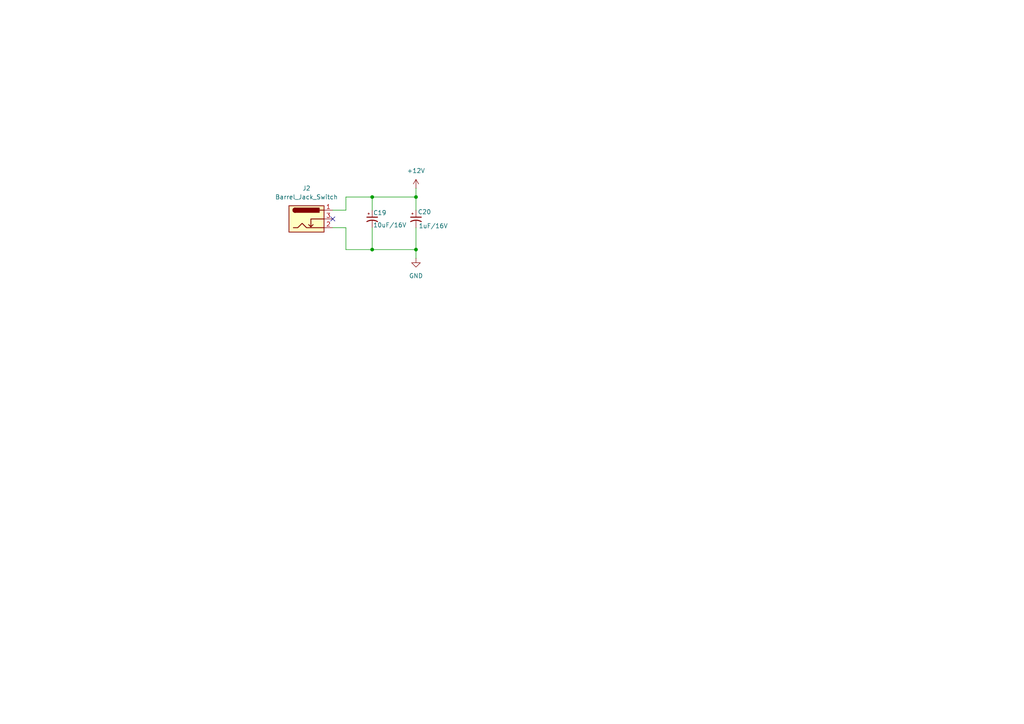
<source format=kicad_sch>
(kicad_sch (version 20231120) (generator "eeschema") (generator_version "8.0")
  (paper "A4")
  (lib_symbols
    (symbol "Connector:Barrel_Jack_Switch" (pin_names hide)
      (property "Reference" "J" (at 0 5.334 0))
      (property "Value" "Barrel_Jack_Switch" (at 0 -5.08 0))
      (symbol "Barrel_Jack_Switch_0_1"
        (rectangle (start -5.08 3.81) (end 5.08 -3.81) (stroke (width 0.254)) (fill (type background)))
        (arc (start -3.302 3.175) (mid -3.9343 2.54) (end -3.302 1.905) (stroke (width 0.254)))
        (arc (start -3.302 3.175) (mid -3.9343 2.54) (end -3.302 1.905) (stroke (width 0.254)) (fill (type outline)))
        (polyline (pts (xy 1.27 -2.286) (xy 1.905 -1.651)) (stroke (width 0.254)))
        (polyline (pts (xy 5.08 2.54) (xy 3.81 2.54)) (stroke (width 0.254)))
        (polyline (pts (xy 5.08 0) (xy 1.27 0) (xy 1.27 -2.286) (xy 0.635 -1.651)) (stroke (width 0.254)))
        (polyline (pts (xy -3.81 -2.54) (xy -2.54 -2.54) (xy -1.27 -1.27) (xy 0 -2.54) (xy 2.54 -2.54) (xy 5.08 -2.54)) (stroke (width 0.254)))
        (rectangle (start 3.683 3.175) (end -3.302 1.905) (stroke (width 0.254)) (fill (type outline)))
      )
      (symbol "Barrel_Jack_Switch_1_1"
        (pin passive line (at 7.62 2.54 180) (length 2.54) (name "~") (number "1"))
        (pin passive line (at 7.62 -2.54 180) (length 2.54) (name "~") (number "2"))
        (pin passive line (at 7.62 0 180) (length 2.54) (name "~") (number "3"))
      )
    )
    (symbol "charge_battery_sym_lib:Cap_Tantalum_10uF_16V" (pin_numbers hide) (pin_names (offset 1.016) hide)
      (property "Reference" "C" (at 0 3.81 0))
      (property "Value" "10uF/16V" (at 0 -5.08 0))
      (symbol "Cap_Tantalum_10uF_16V_0_1"
        (polyline (pts (xy 1.016 -1.27) (xy 1.016 -0.762)))
        (polyline (pts (xy 1.27 -1.016) (xy 0.762 -1.016)))
        (polyline (pts (xy 2.032 -1.524) (xy 2.032 1.524)) (stroke (width 0.3048)))
        (arc (start 3.302 1.524) (mid 2.9134 0) (end 3.302 -1.524) (stroke (width 0.3048)))
      )
      (symbol "Cap_Tantalum_10uF_16V_1_1"
        (pin passive line (at 0 0 0) (length 2.032) (name "~") (number "1"))
        (pin passive line (at 5.08 0 180) (length 2.032) (name "~") (number "2"))
      )
    )
    (symbol "charge_battery_sym_lib:Cap_Tantalum_1uF_16V" (pin_numbers hide) (pin_names (offset 1.016) hide)
      (property "Reference" "C" (at 0 3.81 0))
      (property "Value" "1uF/16V" (at 0 -5.08 0))
      (symbol "Cap_Tantalum_1uF_16V_0_1"
        (polyline (pts (xy 1.016 -1.27) (xy 1.016 -0.762)))
        (polyline (pts (xy 1.27 -1.016) (xy 0.762 -1.016)))
        (polyline (pts (xy 2.032 -1.524) (xy 2.032 1.524)) (stroke (width 0.3048)))
        (arc (start 3.302 1.524) (mid 2.9134 0) (end 3.302 -1.524) (stroke (width 0.3048)))
      )
      (symbol "Cap_Tantalum_1uF_16V_1_1"
        (pin passive line (at 0 0 0) (length 2.032) (name "~") (number "1"))
        (pin passive line (at 5.08 0 180) (length 2.032) (name "~") (number "2"))
      )
    )
    (symbol "power:+12V" (power) (pin_numbers hide) (pin_names (offset 0) hide)
      (property "Value" "+12V" (at 0 3.556 0))
      (symbol "+12V_0_1"
        (polyline (pts (xy -0.762 1.27) (xy 0 2.54)))
        (polyline (pts (xy 0 0) (xy 0 2.54)))
        (polyline (pts (xy 0 2.54) (xy 0.762 1.27)))
      )
      (symbol "+12V_1_1"
        (pin power_in line (at 0 0 90) (length 0) (name "~") (number "1"))
      )
    )
    (symbol "power:GND" (power) (pin_numbers hide) (pin_names (offset 0) hide)
      (property "Value" "GND" (at 0 -3.81 0))
      (symbol "GND_0_1"
        (polyline (pts (xy 0 0) (xy 0 -1.27) (xy 1.27 -1.27) (xy 0 -2.54) (xy -1.27 -1.27) (xy 0 -1.27)))
      )
      (symbol "GND_1_1"
        (pin power_in line (at 0 0 270) (length 0) (name "~") (number "1"))
      )
    )
  )
  (junction (at 107.95 72.39))
  (junction (at 120.65 72.39))
  (junction (at 107.95 57.15))
  (junction (at 120.65 57.15))
  (no_connect (at 96.52 63.5))
  (wire (pts (xy 120.65 66.04) (xy 120.65 72.39)))
  (wire (pts (xy 100.33 57.15) (xy 100.33 60.96)))
  (wire (pts (xy 120.65 57.15) (xy 120.65 60.96)))
  (wire (pts (xy 120.65 72.39) (xy 120.65 74.93)))
  (wire (pts (xy 100.33 72.39) (xy 107.95 72.39)))
  (wire (pts (xy 100.33 66.04) (xy 96.52 66.04)))
  (wire (pts (xy 107.95 57.15) (xy 107.95 60.96)))
  (wire (pts (xy 107.95 72.39) (xy 120.65 72.39)))
  (wire (pts (xy 100.33 60.96) (xy 96.52 60.96)))
  (wire (pts (xy 100.33 72.39) (xy 100.33 66.04)))
  (wire (pts (xy 107.95 66.04) (xy 107.95 72.39)))
  (wire (pts (xy 107.95 57.15) (xy 100.33 57.15)))
  (wire (pts (xy 120.65 54.61) (xy 120.65 57.15)))
  (wire (pts (xy 107.95 57.15) (xy 120.65 57.15)))
  (symbol (lib_id "power:GND") (at 120.65 74.93 0) (unit 1)
    (property "Reference" "#PWR037" (effects (hide yes)))
    (property "Value" "GND" (at 120.65 80.01 0))
    (property "Description" "Power symbol creates a global label with name \"GND\" , ground" (effects (hide yes)))
  )
  (symbol (lib_id "Connector:Barrel_Jack_Switch") (at 88.9 63.5 0) (unit 1)
    (property "Reference" "J2" (at 88.9 54.61 0))
    (property "Value" "Barrel_Jack_Switch" (at 88.9 57.15 0))
    (property "Footprint" "Connector_BarrelJack:BarrelJack_GCT_DCJ200-10-A_Horizontal" (effects (hide yes)))
    (property "Description" "DC Barrel Jack with an internal switch" (effects (hide yes)))
  )
  (symbol (lib_id "power:+12V") (at 120.65 54.61 0) (unit 1)
    (property "Reference" "#PWR036" (effects (hide yes)))
    (property "Value" "+12V" (at 120.65 49.53 0))
    (property "Description" "Power symbol creates a global label with name \"+12V\"" (effects (hide yes)))
  )
  (symbol (lib_id "charge_battery_sym_lib:Cap_Tantalum_10uF_16V") (at 107.95 60.96 270) (unit 1)
    (property "Reference" "C19" (at 108.204 61.722 90) (effects (justify left)))
    (property "Value" "10uF/16V" (at 108.204 65.278 90) (effects (justify left)))
    (property "Footprint" "charge_battery_footprint_lib:Tan_Cap_A" (effects (hide yes)))
    (property "Description" "TAJA105K016RNJ" (effects (hide yes)))
    (property "Supply name" "Thegioiic" (effects (hide yes)))
    (property "Supply part number" "Tụ Tantalum 10uF 16V 2312 TAJC106K016RNJ" (effects (hide yes)))
    (property "Supply URL" "https://www.thegioiic.com/tu-tantalum-10uf-16v-2312-tajc106k016rnj" (effects (hide yes)))
  )
  (symbol (lib_id "charge_battery_sym_lib:Cap_Tantalum_1uF_16V") (at 120.65 60.96 270) (unit 1)
    (property "Reference" "C20" (at 121.158 61.468 90) (effects (justify left)))
    (property "Value" "1uF/16V" (at 121.412 65.532 90) (effects (justify left)))
    (property "Footprint" "charge_battery_footprint_lib:Tan_Cap_A" (effects (hide yes)))
    (property "Description" "TAJA105K016RNJ" (effects (hide yes)))
    (property "Supply name" "Thegioiic" (effects (hide yes)))
    (property "Supply part number" "Tụ Tantalum 1uF 16V 1206 TAJA105K016RNJ" (effects (hide yes)))
    (property "Supply URL" "https://www.thegioiic.com/tu-tantalum-1uf-16v-1206-taja105k016rnj" (effects (hide yes)))
  )
)
</source>
